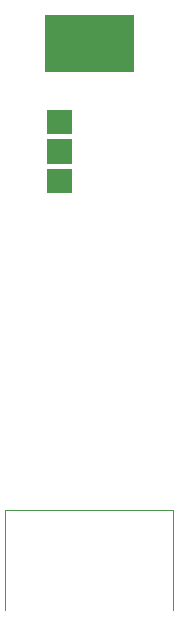
<source format=gbr>
G04 #@! TF.GenerationSoftware,KiCad,Pcbnew,8.0.5+1*
G04 #@! TF.CreationDate,2024-11-03T00:00:47+00:00*
G04 #@! TF.ProjectId,nixie_clock,6e697869-655f-4636-9c6f-636b2e6b6963,rev?*
G04 #@! TF.SameCoordinates,Original*
G04 #@! TF.FileFunction,OtherDrawing,Comment*
%FSLAX46Y46*%
G04 Gerber Fmt 4.6, Leading zero omitted, Abs format (unit mm)*
G04 Created by KiCad (PCBNEW 8.0.5+1) date 2024-11-03 00:00:47*
%MOMM*%
%LPD*%
G01*
G04 APERTURE LIST*
%ADD10C,0.120000*%
%ADD11C,0.100000*%
G04 APERTURE END LIST*
D10*
G04 #@! TO.C,U14*
X40710000Y-121000000D02*
X54910000Y-121000000D01*
X40710000Y-129500000D02*
X40710000Y-121000000D01*
X54910000Y-121000000D02*
X54910000Y-129500000D01*
D11*
X46310000Y-89100000D02*
X44310000Y-89100000D01*
X44310000Y-87100000D01*
X46310000Y-87100000D01*
X46310000Y-89100000D01*
G36*
X46310000Y-89100000D02*
G01*
X44310000Y-89100000D01*
X44310000Y-87100000D01*
X46310000Y-87100000D01*
X46310000Y-89100000D01*
G37*
X46310000Y-91600000D02*
X44310000Y-91600000D01*
X44310000Y-89600000D01*
X46310000Y-89600000D01*
X46310000Y-91600000D01*
G36*
X46310000Y-91600000D02*
G01*
X44310000Y-91600000D01*
X44310000Y-89600000D01*
X46310000Y-89600000D01*
X46310000Y-91600000D01*
G37*
X46310000Y-94100000D02*
X44310000Y-94100000D01*
X44310000Y-92100000D01*
X46310000Y-92100000D01*
X46310000Y-94100000D01*
G36*
X46310000Y-94100000D02*
G01*
X44310000Y-94100000D01*
X44310000Y-92100000D01*
X46310000Y-92100000D01*
X46310000Y-94100000D01*
G37*
X51510000Y-83800000D02*
X44110000Y-83800000D01*
X44110000Y-79100000D01*
X51510000Y-79100000D01*
X51510000Y-83800000D01*
G36*
X51510000Y-83800000D02*
G01*
X44110000Y-83800000D01*
X44110000Y-79100000D01*
X51510000Y-79100000D01*
X51510000Y-83800000D01*
G37*
G04 #@! TD*
M02*

</source>
